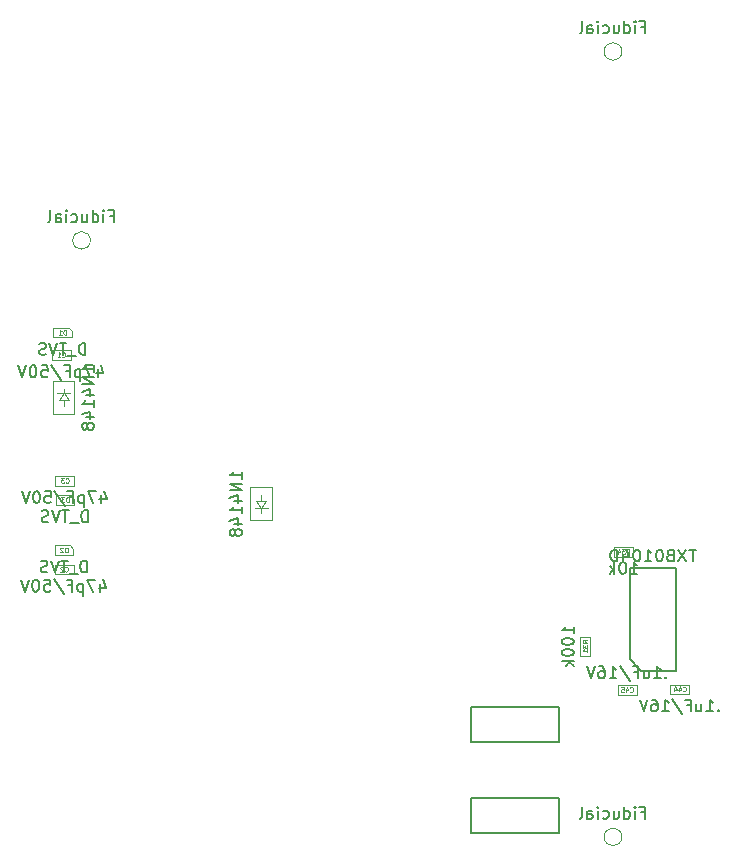
<source format=gbr>
G04 #@! TF.GenerationSoftware,KiCad,Pcbnew,6.0.0+dfsg1-2*
G04 #@! TF.CreationDate,2022-02-08T13:12:29-05:00*
G04 #@! TF.ProjectId,RUSP_Daughterboard,52555350-5f44-4617-9567-68746572626f,rev?*
G04 #@! TF.SameCoordinates,Original*
G04 #@! TF.FileFunction,AssemblyDrawing,Bot*
%FSLAX46Y46*%
G04 Gerber Fmt 4.6, Leading zero omitted, Abs format (unit mm)*
G04 Created by KiCad (PCBNEW 6.0.0+dfsg1-2) date 2022-02-08 13:12:29*
%MOMM*%
%LPD*%
G01*
G04 APERTURE LIST*
%ADD10C,0.150000*%
%ADD11C,0.060000*%
%ADD12C,0.100000*%
G04 APERTURE END LIST*
D10*
X172995238Y-114732380D02*
X173566666Y-114732380D01*
X173280952Y-114732380D02*
X173280952Y-113732380D01*
X173376190Y-113875238D01*
X173471428Y-113970476D01*
X173566666Y-114018095D01*
X172376190Y-113732380D02*
X172280952Y-113732380D01*
X172185714Y-113780000D01*
X172138095Y-113827619D01*
X172090476Y-113922857D01*
X172042857Y-114113333D01*
X172042857Y-114351428D01*
X172090476Y-114541904D01*
X172138095Y-114637142D01*
X172185714Y-114684761D01*
X172280952Y-114732380D01*
X172376190Y-114732380D01*
X172471428Y-114684761D01*
X172519047Y-114637142D01*
X172566666Y-114541904D01*
X172614285Y-114351428D01*
X172614285Y-114113333D01*
X172566666Y-113922857D01*
X172519047Y-113827619D01*
X172471428Y-113780000D01*
X172376190Y-113732380D01*
X171614285Y-114732380D02*
X171614285Y-113732380D01*
X171519047Y-114351428D02*
X171233333Y-114732380D01*
X171233333Y-114065714D02*
X171614285Y-114446666D01*
D11*
X172657142Y-113030952D02*
X172790476Y-112840476D01*
X172885714Y-113030952D02*
X172885714Y-112630952D01*
X172733333Y-112630952D01*
X172695238Y-112650000D01*
X172676190Y-112669047D01*
X172657142Y-112707142D01*
X172657142Y-112764285D01*
X172676190Y-112802380D01*
X172695238Y-112821428D01*
X172733333Y-112840476D01*
X172885714Y-112840476D01*
X172523809Y-112630952D02*
X172276190Y-112630952D01*
X172409523Y-112783333D01*
X172352380Y-112783333D01*
X172314285Y-112802380D01*
X172295238Y-112821428D01*
X172276190Y-112859523D01*
X172276190Y-112954761D01*
X172295238Y-112992857D01*
X172314285Y-113011904D01*
X172352380Y-113030952D01*
X172466666Y-113030952D01*
X172504761Y-113011904D01*
X172523809Y-112992857D01*
X171933333Y-112764285D02*
X171933333Y-113030952D01*
X172028571Y-112611904D02*
X172123809Y-112897619D01*
X171876190Y-112897619D01*
D10*
X168172380Y-119778571D02*
X168172380Y-119207142D01*
X168172380Y-119492857D02*
X167172380Y-119492857D01*
X167315238Y-119397619D01*
X167410476Y-119302380D01*
X167458095Y-119207142D01*
X167172380Y-120397619D02*
X167172380Y-120492857D01*
X167220000Y-120588095D01*
X167267619Y-120635714D01*
X167362857Y-120683333D01*
X167553333Y-120730952D01*
X167791428Y-120730952D01*
X167981904Y-120683333D01*
X168077142Y-120635714D01*
X168124761Y-120588095D01*
X168172380Y-120492857D01*
X168172380Y-120397619D01*
X168124761Y-120302380D01*
X168077142Y-120254761D01*
X167981904Y-120207142D01*
X167791428Y-120159523D01*
X167553333Y-120159523D01*
X167362857Y-120207142D01*
X167267619Y-120254761D01*
X167220000Y-120302380D01*
X167172380Y-120397619D01*
X167172380Y-121350000D02*
X167172380Y-121445238D01*
X167220000Y-121540476D01*
X167267619Y-121588095D01*
X167362857Y-121635714D01*
X167553333Y-121683333D01*
X167791428Y-121683333D01*
X167981904Y-121635714D01*
X168077142Y-121588095D01*
X168124761Y-121540476D01*
X168172380Y-121445238D01*
X168172380Y-121350000D01*
X168124761Y-121254761D01*
X168077142Y-121207142D01*
X167981904Y-121159523D01*
X167791428Y-121111904D01*
X167553333Y-121111904D01*
X167362857Y-121159523D01*
X167267619Y-121207142D01*
X167220000Y-121254761D01*
X167172380Y-121350000D01*
X168172380Y-122111904D02*
X167172380Y-122111904D01*
X167791428Y-122207142D02*
X168172380Y-122492857D01*
X167505714Y-122492857D02*
X167886666Y-122111904D01*
D11*
X169330952Y-120592857D02*
X169140476Y-120459523D01*
X169330952Y-120364285D02*
X168930952Y-120364285D01*
X168930952Y-120516666D01*
X168950000Y-120554761D01*
X168969047Y-120573809D01*
X169007142Y-120592857D01*
X169064285Y-120592857D01*
X169102380Y-120573809D01*
X169121428Y-120554761D01*
X169140476Y-120516666D01*
X169140476Y-120364285D01*
X168930952Y-120726190D02*
X168930952Y-120973809D01*
X169083333Y-120840476D01*
X169083333Y-120897619D01*
X169102380Y-120935714D01*
X169121428Y-120954761D01*
X169159523Y-120973809D01*
X169254761Y-120973809D01*
X169292857Y-120954761D01*
X169311904Y-120935714D01*
X169330952Y-120897619D01*
X169330952Y-120783333D01*
X169311904Y-120745238D01*
X169292857Y-120726190D01*
X169330952Y-121354761D02*
X169330952Y-121126190D01*
X169330952Y-121240476D02*
X168930952Y-121240476D01*
X168988095Y-121202380D01*
X169026190Y-121164285D01*
X169045238Y-121126190D01*
D10*
X127028571Y-110357380D02*
X127028571Y-109357380D01*
X126790476Y-109357380D01*
X126647619Y-109405000D01*
X126552380Y-109500238D01*
X126504761Y-109595476D01*
X126457142Y-109785952D01*
X126457142Y-109928809D01*
X126504761Y-110119285D01*
X126552380Y-110214523D01*
X126647619Y-110309761D01*
X126790476Y-110357380D01*
X127028571Y-110357380D01*
X126266666Y-110452619D02*
X125504761Y-110452619D01*
X125409523Y-109357380D02*
X124838095Y-109357380D01*
X125123809Y-110357380D02*
X125123809Y-109357380D01*
X124647619Y-109357380D02*
X124314285Y-110357380D01*
X123980952Y-109357380D01*
X123695238Y-110309761D02*
X123552380Y-110357380D01*
X123314285Y-110357380D01*
X123219047Y-110309761D01*
X123171428Y-110262142D01*
X123123809Y-110166904D01*
X123123809Y-110071666D01*
X123171428Y-109976428D01*
X123219047Y-109928809D01*
X123314285Y-109881190D01*
X123504761Y-109833571D01*
X123600000Y-109785952D01*
X123647619Y-109738333D01*
X123695238Y-109643095D01*
X123695238Y-109547857D01*
X123647619Y-109452619D01*
X123600000Y-109405000D01*
X123504761Y-109357380D01*
X123266666Y-109357380D01*
X123123809Y-109405000D01*
D11*
X125395238Y-108655952D02*
X125395238Y-108255952D01*
X125300000Y-108255952D01*
X125242857Y-108275000D01*
X125204761Y-108313095D01*
X125185714Y-108351190D01*
X125166666Y-108427380D01*
X125166666Y-108484523D01*
X125185714Y-108560714D01*
X125204761Y-108598809D01*
X125242857Y-108636904D01*
X125300000Y-108655952D01*
X125395238Y-108655952D01*
X125033333Y-108255952D02*
X124785714Y-108255952D01*
X124919047Y-108408333D01*
X124861904Y-108408333D01*
X124823809Y-108427380D01*
X124804761Y-108446428D01*
X124785714Y-108484523D01*
X124785714Y-108579761D01*
X124804761Y-108617857D01*
X124823809Y-108636904D01*
X124861904Y-108655952D01*
X124976190Y-108655952D01*
X125014285Y-108636904D01*
X125033333Y-108617857D01*
D10*
X126943571Y-114607380D02*
X126943571Y-113607380D01*
X126705476Y-113607380D01*
X126562619Y-113655000D01*
X126467380Y-113750238D01*
X126419761Y-113845476D01*
X126372142Y-114035952D01*
X126372142Y-114178809D01*
X126419761Y-114369285D01*
X126467380Y-114464523D01*
X126562619Y-114559761D01*
X126705476Y-114607380D01*
X126943571Y-114607380D01*
X126181666Y-114702619D02*
X125419761Y-114702619D01*
X125324523Y-113607380D02*
X124753095Y-113607380D01*
X125038809Y-114607380D02*
X125038809Y-113607380D01*
X124562619Y-113607380D02*
X124229285Y-114607380D01*
X123895952Y-113607380D01*
X123610238Y-114559761D02*
X123467380Y-114607380D01*
X123229285Y-114607380D01*
X123134047Y-114559761D01*
X123086428Y-114512142D01*
X123038809Y-114416904D01*
X123038809Y-114321666D01*
X123086428Y-114226428D01*
X123134047Y-114178809D01*
X123229285Y-114131190D01*
X123419761Y-114083571D01*
X123515000Y-114035952D01*
X123562619Y-113988333D01*
X123610238Y-113893095D01*
X123610238Y-113797857D01*
X123562619Y-113702619D01*
X123515000Y-113655000D01*
X123419761Y-113607380D01*
X123181666Y-113607380D01*
X123038809Y-113655000D01*
D11*
X125310238Y-112905952D02*
X125310238Y-112505952D01*
X125215000Y-112505952D01*
X125157857Y-112525000D01*
X125119761Y-112563095D01*
X125100714Y-112601190D01*
X125081666Y-112677380D01*
X125081666Y-112734523D01*
X125100714Y-112810714D01*
X125119761Y-112848809D01*
X125157857Y-112886904D01*
X125215000Y-112905952D01*
X125310238Y-112905952D01*
X124929285Y-112544047D02*
X124910238Y-112525000D01*
X124872142Y-112505952D01*
X124776904Y-112505952D01*
X124738809Y-112525000D01*
X124719761Y-112544047D01*
X124700714Y-112582142D01*
X124700714Y-112620238D01*
X124719761Y-112677380D01*
X124948333Y-112905952D01*
X124700714Y-112905952D01*
D10*
X126828571Y-96182380D02*
X126828571Y-95182380D01*
X126590476Y-95182380D01*
X126447619Y-95230000D01*
X126352380Y-95325238D01*
X126304761Y-95420476D01*
X126257142Y-95610952D01*
X126257142Y-95753809D01*
X126304761Y-95944285D01*
X126352380Y-96039523D01*
X126447619Y-96134761D01*
X126590476Y-96182380D01*
X126828571Y-96182380D01*
X126066666Y-96277619D02*
X125304761Y-96277619D01*
X125209523Y-95182380D02*
X124638095Y-95182380D01*
X124923809Y-96182380D02*
X124923809Y-95182380D01*
X124447619Y-95182380D02*
X124114285Y-96182380D01*
X123780952Y-95182380D01*
X123495238Y-96134761D02*
X123352380Y-96182380D01*
X123114285Y-96182380D01*
X123019047Y-96134761D01*
X122971428Y-96087142D01*
X122923809Y-95991904D01*
X122923809Y-95896666D01*
X122971428Y-95801428D01*
X123019047Y-95753809D01*
X123114285Y-95706190D01*
X123304761Y-95658571D01*
X123400000Y-95610952D01*
X123447619Y-95563333D01*
X123495238Y-95468095D01*
X123495238Y-95372857D01*
X123447619Y-95277619D01*
X123400000Y-95230000D01*
X123304761Y-95182380D01*
X123066666Y-95182380D01*
X122923809Y-95230000D01*
D11*
X125195238Y-94480952D02*
X125195238Y-94080952D01*
X125100000Y-94080952D01*
X125042857Y-94100000D01*
X125004761Y-94138095D01*
X124985714Y-94176190D01*
X124966666Y-94252380D01*
X124966666Y-94309523D01*
X124985714Y-94385714D01*
X125004761Y-94423809D01*
X125042857Y-94461904D01*
X125100000Y-94480952D01*
X125195238Y-94480952D01*
X124585714Y-94480952D02*
X124814285Y-94480952D01*
X124700000Y-94480952D02*
X124700000Y-94080952D01*
X124738095Y-94138095D01*
X124776190Y-94176190D01*
X124814285Y-94195238D01*
D10*
X175961904Y-123477142D02*
X175914285Y-123524761D01*
X175961904Y-123572380D01*
X176009523Y-123524761D01*
X175961904Y-123477142D01*
X175961904Y-123572380D01*
X174961904Y-123572380D02*
X175533333Y-123572380D01*
X175247619Y-123572380D02*
X175247619Y-122572380D01*
X175342857Y-122715238D01*
X175438095Y-122810476D01*
X175533333Y-122858095D01*
X174104761Y-122905714D02*
X174104761Y-123572380D01*
X174533333Y-122905714D02*
X174533333Y-123429523D01*
X174485714Y-123524761D01*
X174390476Y-123572380D01*
X174247619Y-123572380D01*
X174152380Y-123524761D01*
X174104761Y-123477142D01*
X173295238Y-123048571D02*
X173628571Y-123048571D01*
X173628571Y-123572380D02*
X173628571Y-122572380D01*
X173152380Y-122572380D01*
X172057142Y-122524761D02*
X172914285Y-123810476D01*
X171200000Y-123572380D02*
X171771428Y-123572380D01*
X171485714Y-123572380D02*
X171485714Y-122572380D01*
X171580952Y-122715238D01*
X171676190Y-122810476D01*
X171771428Y-122858095D01*
X170342857Y-122572380D02*
X170533333Y-122572380D01*
X170628571Y-122620000D01*
X170676190Y-122667619D01*
X170771428Y-122810476D01*
X170819047Y-123000952D01*
X170819047Y-123381904D01*
X170771428Y-123477142D01*
X170723809Y-123524761D01*
X170628571Y-123572380D01*
X170438095Y-123572380D01*
X170342857Y-123524761D01*
X170295238Y-123477142D01*
X170247619Y-123381904D01*
X170247619Y-123143809D01*
X170295238Y-123048571D01*
X170342857Y-123000952D01*
X170438095Y-122953333D01*
X170628571Y-122953333D01*
X170723809Y-123000952D01*
X170771428Y-123048571D01*
X170819047Y-123143809D01*
X169961904Y-122572380D02*
X169628571Y-123572380D01*
X169295238Y-122572380D01*
D11*
X172957142Y-124692857D02*
X172976190Y-124711904D01*
X173033333Y-124730952D01*
X173071428Y-124730952D01*
X173128571Y-124711904D01*
X173166666Y-124673809D01*
X173185714Y-124635714D01*
X173204761Y-124559523D01*
X173204761Y-124502380D01*
X173185714Y-124426190D01*
X173166666Y-124388095D01*
X173128571Y-124350000D01*
X173071428Y-124330952D01*
X173033333Y-124330952D01*
X172976190Y-124350000D01*
X172957142Y-124369047D01*
X172614285Y-124464285D02*
X172614285Y-124730952D01*
X172709523Y-124311904D02*
X172804761Y-124597619D01*
X172557142Y-124597619D01*
X172214285Y-124330952D02*
X172404761Y-124330952D01*
X172423809Y-124521428D01*
X172404761Y-124502380D01*
X172366666Y-124483333D01*
X172271428Y-124483333D01*
X172233333Y-124502380D01*
X172214285Y-124521428D01*
X172195238Y-124559523D01*
X172195238Y-124654761D01*
X172214285Y-124692857D01*
X172233333Y-124711904D01*
X172271428Y-124730952D01*
X172366666Y-124730952D01*
X172404761Y-124711904D01*
X172423809Y-124692857D01*
D10*
X180411904Y-126287142D02*
X180364285Y-126334761D01*
X180411904Y-126382380D01*
X180459523Y-126334761D01*
X180411904Y-126287142D01*
X180411904Y-126382380D01*
X179411904Y-126382380D02*
X179983333Y-126382380D01*
X179697619Y-126382380D02*
X179697619Y-125382380D01*
X179792857Y-125525238D01*
X179888095Y-125620476D01*
X179983333Y-125668095D01*
X178554761Y-125715714D02*
X178554761Y-126382380D01*
X178983333Y-125715714D02*
X178983333Y-126239523D01*
X178935714Y-126334761D01*
X178840476Y-126382380D01*
X178697619Y-126382380D01*
X178602380Y-126334761D01*
X178554761Y-126287142D01*
X177745238Y-125858571D02*
X178078571Y-125858571D01*
X178078571Y-126382380D02*
X178078571Y-125382380D01*
X177602380Y-125382380D01*
X176507142Y-125334761D02*
X177364285Y-126620476D01*
X175650000Y-126382380D02*
X176221428Y-126382380D01*
X175935714Y-126382380D02*
X175935714Y-125382380D01*
X176030952Y-125525238D01*
X176126190Y-125620476D01*
X176221428Y-125668095D01*
X174792857Y-125382380D02*
X174983333Y-125382380D01*
X175078571Y-125430000D01*
X175126190Y-125477619D01*
X175221428Y-125620476D01*
X175269047Y-125810952D01*
X175269047Y-126191904D01*
X175221428Y-126287142D01*
X175173809Y-126334761D01*
X175078571Y-126382380D01*
X174888095Y-126382380D01*
X174792857Y-126334761D01*
X174745238Y-126287142D01*
X174697619Y-126191904D01*
X174697619Y-125953809D01*
X174745238Y-125858571D01*
X174792857Y-125810952D01*
X174888095Y-125763333D01*
X175078571Y-125763333D01*
X175173809Y-125810952D01*
X175221428Y-125858571D01*
X175269047Y-125953809D01*
X174411904Y-125382380D02*
X174078571Y-126382380D01*
X173745238Y-125382380D01*
D11*
X177407142Y-124642857D02*
X177426190Y-124661904D01*
X177483333Y-124680952D01*
X177521428Y-124680952D01*
X177578571Y-124661904D01*
X177616666Y-124623809D01*
X177635714Y-124585714D01*
X177654761Y-124509523D01*
X177654761Y-124452380D01*
X177635714Y-124376190D01*
X177616666Y-124338095D01*
X177578571Y-124300000D01*
X177521428Y-124280952D01*
X177483333Y-124280952D01*
X177426190Y-124300000D01*
X177407142Y-124319047D01*
X177064285Y-124414285D02*
X177064285Y-124680952D01*
X177159523Y-124261904D02*
X177254761Y-124547619D01*
X177007142Y-124547619D01*
X176683333Y-124414285D02*
X176683333Y-124680952D01*
X176778571Y-124261904D02*
X176873809Y-124547619D01*
X176626190Y-124547619D01*
D10*
X128161428Y-108065714D02*
X128161428Y-108732380D01*
X128399523Y-107684761D02*
X128637619Y-108399047D01*
X128018571Y-108399047D01*
X127732857Y-107732380D02*
X127066190Y-107732380D01*
X127494761Y-108732380D01*
X126685238Y-108065714D02*
X126685238Y-109065714D01*
X126685238Y-108113333D02*
X126590000Y-108065714D01*
X126399523Y-108065714D01*
X126304285Y-108113333D01*
X126256666Y-108160952D01*
X126209047Y-108256190D01*
X126209047Y-108541904D01*
X126256666Y-108637142D01*
X126304285Y-108684761D01*
X126399523Y-108732380D01*
X126590000Y-108732380D01*
X126685238Y-108684761D01*
X125447142Y-108208571D02*
X125780476Y-108208571D01*
X125780476Y-108732380D02*
X125780476Y-107732380D01*
X125304285Y-107732380D01*
X124209047Y-107684761D02*
X125066190Y-108970476D01*
X123399523Y-107732380D02*
X123875714Y-107732380D01*
X123923333Y-108208571D01*
X123875714Y-108160952D01*
X123780476Y-108113333D01*
X123542380Y-108113333D01*
X123447142Y-108160952D01*
X123399523Y-108208571D01*
X123351904Y-108303809D01*
X123351904Y-108541904D01*
X123399523Y-108637142D01*
X123447142Y-108684761D01*
X123542380Y-108732380D01*
X123780476Y-108732380D01*
X123875714Y-108684761D01*
X123923333Y-108637142D01*
X122732857Y-107732380D02*
X122637619Y-107732380D01*
X122542380Y-107780000D01*
X122494761Y-107827619D01*
X122447142Y-107922857D01*
X122399523Y-108113333D01*
X122399523Y-108351428D01*
X122447142Y-108541904D01*
X122494761Y-108637142D01*
X122542380Y-108684761D01*
X122637619Y-108732380D01*
X122732857Y-108732380D01*
X122828095Y-108684761D01*
X122875714Y-108637142D01*
X122923333Y-108541904D01*
X122970952Y-108351428D01*
X122970952Y-108113333D01*
X122923333Y-107922857D01*
X122875714Y-107827619D01*
X122828095Y-107780000D01*
X122732857Y-107732380D01*
X122113809Y-107732380D02*
X121780476Y-108732380D01*
X121447142Y-107732380D01*
D11*
X125156666Y-106992857D02*
X125175714Y-107011904D01*
X125232857Y-107030952D01*
X125270952Y-107030952D01*
X125328095Y-107011904D01*
X125366190Y-106973809D01*
X125385238Y-106935714D01*
X125404285Y-106859523D01*
X125404285Y-106802380D01*
X125385238Y-106726190D01*
X125366190Y-106688095D01*
X125328095Y-106650000D01*
X125270952Y-106630952D01*
X125232857Y-106630952D01*
X125175714Y-106650000D01*
X125156666Y-106669047D01*
X125023333Y-106630952D02*
X124775714Y-106630952D01*
X124909047Y-106783333D01*
X124851904Y-106783333D01*
X124813809Y-106802380D01*
X124794761Y-106821428D01*
X124775714Y-106859523D01*
X124775714Y-106954761D01*
X124794761Y-106992857D01*
X124813809Y-107011904D01*
X124851904Y-107030952D01*
X124966190Y-107030952D01*
X125004285Y-107011904D01*
X125023333Y-106992857D01*
D10*
X128096428Y-115565714D02*
X128096428Y-116232380D01*
X128334523Y-115184761D02*
X128572619Y-115899047D01*
X127953571Y-115899047D01*
X127667857Y-115232380D02*
X127001190Y-115232380D01*
X127429761Y-116232380D01*
X126620238Y-115565714D02*
X126620238Y-116565714D01*
X126620238Y-115613333D02*
X126525000Y-115565714D01*
X126334523Y-115565714D01*
X126239285Y-115613333D01*
X126191666Y-115660952D01*
X126144047Y-115756190D01*
X126144047Y-116041904D01*
X126191666Y-116137142D01*
X126239285Y-116184761D01*
X126334523Y-116232380D01*
X126525000Y-116232380D01*
X126620238Y-116184761D01*
X125382142Y-115708571D02*
X125715476Y-115708571D01*
X125715476Y-116232380D02*
X125715476Y-115232380D01*
X125239285Y-115232380D01*
X124144047Y-115184761D02*
X125001190Y-116470476D01*
X123334523Y-115232380D02*
X123810714Y-115232380D01*
X123858333Y-115708571D01*
X123810714Y-115660952D01*
X123715476Y-115613333D01*
X123477380Y-115613333D01*
X123382142Y-115660952D01*
X123334523Y-115708571D01*
X123286904Y-115803809D01*
X123286904Y-116041904D01*
X123334523Y-116137142D01*
X123382142Y-116184761D01*
X123477380Y-116232380D01*
X123715476Y-116232380D01*
X123810714Y-116184761D01*
X123858333Y-116137142D01*
X122667857Y-115232380D02*
X122572619Y-115232380D01*
X122477380Y-115280000D01*
X122429761Y-115327619D01*
X122382142Y-115422857D01*
X122334523Y-115613333D01*
X122334523Y-115851428D01*
X122382142Y-116041904D01*
X122429761Y-116137142D01*
X122477380Y-116184761D01*
X122572619Y-116232380D01*
X122667857Y-116232380D01*
X122763095Y-116184761D01*
X122810714Y-116137142D01*
X122858333Y-116041904D01*
X122905952Y-115851428D01*
X122905952Y-115613333D01*
X122858333Y-115422857D01*
X122810714Y-115327619D01*
X122763095Y-115280000D01*
X122667857Y-115232380D01*
X122048809Y-115232380D02*
X121715476Y-116232380D01*
X121382142Y-115232380D01*
D11*
X125091666Y-114492857D02*
X125110714Y-114511904D01*
X125167857Y-114530952D01*
X125205952Y-114530952D01*
X125263095Y-114511904D01*
X125301190Y-114473809D01*
X125320238Y-114435714D01*
X125339285Y-114359523D01*
X125339285Y-114302380D01*
X125320238Y-114226190D01*
X125301190Y-114188095D01*
X125263095Y-114150000D01*
X125205952Y-114130952D01*
X125167857Y-114130952D01*
X125110714Y-114150000D01*
X125091666Y-114169047D01*
X124939285Y-114169047D02*
X124920238Y-114150000D01*
X124882142Y-114130952D01*
X124786904Y-114130952D01*
X124748809Y-114150000D01*
X124729761Y-114169047D01*
X124710714Y-114207142D01*
X124710714Y-114245238D01*
X124729761Y-114302380D01*
X124958333Y-114530952D01*
X124710714Y-114530952D01*
D10*
X127871428Y-97415714D02*
X127871428Y-98082380D01*
X128109523Y-97034761D02*
X128347619Y-97749047D01*
X127728571Y-97749047D01*
X127442857Y-97082380D02*
X126776190Y-97082380D01*
X127204761Y-98082380D01*
X126395238Y-97415714D02*
X126395238Y-98415714D01*
X126395238Y-97463333D02*
X126300000Y-97415714D01*
X126109523Y-97415714D01*
X126014285Y-97463333D01*
X125966666Y-97510952D01*
X125919047Y-97606190D01*
X125919047Y-97891904D01*
X125966666Y-97987142D01*
X126014285Y-98034761D01*
X126109523Y-98082380D01*
X126300000Y-98082380D01*
X126395238Y-98034761D01*
X125157142Y-97558571D02*
X125490476Y-97558571D01*
X125490476Y-98082380D02*
X125490476Y-97082380D01*
X125014285Y-97082380D01*
X123919047Y-97034761D02*
X124776190Y-98320476D01*
X123109523Y-97082380D02*
X123585714Y-97082380D01*
X123633333Y-97558571D01*
X123585714Y-97510952D01*
X123490476Y-97463333D01*
X123252380Y-97463333D01*
X123157142Y-97510952D01*
X123109523Y-97558571D01*
X123061904Y-97653809D01*
X123061904Y-97891904D01*
X123109523Y-97987142D01*
X123157142Y-98034761D01*
X123252380Y-98082380D01*
X123490476Y-98082380D01*
X123585714Y-98034761D01*
X123633333Y-97987142D01*
X122442857Y-97082380D02*
X122347619Y-97082380D01*
X122252380Y-97130000D01*
X122204761Y-97177619D01*
X122157142Y-97272857D01*
X122109523Y-97463333D01*
X122109523Y-97701428D01*
X122157142Y-97891904D01*
X122204761Y-97987142D01*
X122252380Y-98034761D01*
X122347619Y-98082380D01*
X122442857Y-98082380D01*
X122538095Y-98034761D01*
X122585714Y-97987142D01*
X122633333Y-97891904D01*
X122680952Y-97701428D01*
X122680952Y-97463333D01*
X122633333Y-97272857D01*
X122585714Y-97177619D01*
X122538095Y-97130000D01*
X122442857Y-97082380D01*
X121823809Y-97082380D02*
X121490476Y-98082380D01*
X121157142Y-97082380D01*
D11*
X124866666Y-96342857D02*
X124885714Y-96361904D01*
X124942857Y-96380952D01*
X124980952Y-96380952D01*
X125038095Y-96361904D01*
X125076190Y-96323809D01*
X125095238Y-96285714D01*
X125114285Y-96209523D01*
X125114285Y-96152380D01*
X125095238Y-96076190D01*
X125076190Y-96038095D01*
X125038095Y-96000000D01*
X124980952Y-95980952D01*
X124942857Y-95980952D01*
X124885714Y-96000000D01*
X124866666Y-96019047D01*
X124485714Y-96380952D02*
X124714285Y-96380952D01*
X124600000Y-96380952D02*
X124600000Y-95980952D01*
X124638095Y-96038095D01*
X124676190Y-96076190D01*
X124714285Y-96095238D01*
D10*
X173880952Y-68428571D02*
X174214285Y-68428571D01*
X174214285Y-68952380D02*
X174214285Y-67952380D01*
X173738095Y-67952380D01*
X173357142Y-68952380D02*
X173357142Y-68285714D01*
X173357142Y-67952380D02*
X173404761Y-68000000D01*
X173357142Y-68047619D01*
X173309523Y-68000000D01*
X173357142Y-67952380D01*
X173357142Y-68047619D01*
X172452380Y-68952380D02*
X172452380Y-67952380D01*
X172452380Y-68904761D02*
X172547619Y-68952380D01*
X172738095Y-68952380D01*
X172833333Y-68904761D01*
X172880952Y-68857142D01*
X172928571Y-68761904D01*
X172928571Y-68476190D01*
X172880952Y-68380952D01*
X172833333Y-68333333D01*
X172738095Y-68285714D01*
X172547619Y-68285714D01*
X172452380Y-68333333D01*
X171547619Y-68285714D02*
X171547619Y-68952380D01*
X171976190Y-68285714D02*
X171976190Y-68809523D01*
X171928571Y-68904761D01*
X171833333Y-68952380D01*
X171690476Y-68952380D01*
X171595238Y-68904761D01*
X171547619Y-68857142D01*
X170642857Y-68904761D02*
X170738095Y-68952380D01*
X170928571Y-68952380D01*
X171023809Y-68904761D01*
X171071428Y-68857142D01*
X171119047Y-68761904D01*
X171119047Y-68476190D01*
X171071428Y-68380952D01*
X171023809Y-68333333D01*
X170928571Y-68285714D01*
X170738095Y-68285714D01*
X170642857Y-68333333D01*
X170214285Y-68952380D02*
X170214285Y-68285714D01*
X170214285Y-67952380D02*
X170261904Y-68000000D01*
X170214285Y-68047619D01*
X170166666Y-68000000D01*
X170214285Y-67952380D01*
X170214285Y-68047619D01*
X169309523Y-68952380D02*
X169309523Y-68428571D01*
X169357142Y-68333333D01*
X169452380Y-68285714D01*
X169642857Y-68285714D01*
X169738095Y-68333333D01*
X169309523Y-68904761D02*
X169404761Y-68952380D01*
X169642857Y-68952380D01*
X169738095Y-68904761D01*
X169785714Y-68809523D01*
X169785714Y-68714285D01*
X169738095Y-68619047D01*
X169642857Y-68571428D01*
X169404761Y-68571428D01*
X169309523Y-68523809D01*
X168690476Y-68952380D02*
X168785714Y-68904761D01*
X168833333Y-68809523D01*
X168833333Y-67952380D01*
X128880952Y-84428571D02*
X129214285Y-84428571D01*
X129214285Y-84952380D02*
X129214285Y-83952380D01*
X128738095Y-83952380D01*
X128357142Y-84952380D02*
X128357142Y-84285714D01*
X128357142Y-83952380D02*
X128404761Y-84000000D01*
X128357142Y-84047619D01*
X128309523Y-84000000D01*
X128357142Y-83952380D01*
X128357142Y-84047619D01*
X127452380Y-84952380D02*
X127452380Y-83952380D01*
X127452380Y-84904761D02*
X127547619Y-84952380D01*
X127738095Y-84952380D01*
X127833333Y-84904761D01*
X127880952Y-84857142D01*
X127928571Y-84761904D01*
X127928571Y-84476190D01*
X127880952Y-84380952D01*
X127833333Y-84333333D01*
X127738095Y-84285714D01*
X127547619Y-84285714D01*
X127452380Y-84333333D01*
X126547619Y-84285714D02*
X126547619Y-84952380D01*
X126976190Y-84285714D02*
X126976190Y-84809523D01*
X126928571Y-84904761D01*
X126833333Y-84952380D01*
X126690476Y-84952380D01*
X126595238Y-84904761D01*
X126547619Y-84857142D01*
X125642857Y-84904761D02*
X125738095Y-84952380D01*
X125928571Y-84952380D01*
X126023809Y-84904761D01*
X126071428Y-84857142D01*
X126119047Y-84761904D01*
X126119047Y-84476190D01*
X126071428Y-84380952D01*
X126023809Y-84333333D01*
X125928571Y-84285714D01*
X125738095Y-84285714D01*
X125642857Y-84333333D01*
X125214285Y-84952380D02*
X125214285Y-84285714D01*
X125214285Y-83952380D02*
X125261904Y-84000000D01*
X125214285Y-84047619D01*
X125166666Y-84000000D01*
X125214285Y-83952380D01*
X125214285Y-84047619D01*
X124309523Y-84952380D02*
X124309523Y-84428571D01*
X124357142Y-84333333D01*
X124452380Y-84285714D01*
X124642857Y-84285714D01*
X124738095Y-84333333D01*
X124309523Y-84904761D02*
X124404761Y-84952380D01*
X124642857Y-84952380D01*
X124738095Y-84904761D01*
X124785714Y-84809523D01*
X124785714Y-84714285D01*
X124738095Y-84619047D01*
X124642857Y-84571428D01*
X124404761Y-84571428D01*
X124309523Y-84523809D01*
X123690476Y-84952380D02*
X123785714Y-84904761D01*
X123833333Y-84809523D01*
X123833333Y-83952380D01*
X127552380Y-97657142D02*
X127552380Y-97085714D01*
X127552380Y-97371428D02*
X126552380Y-97371428D01*
X126695238Y-97276190D01*
X126790476Y-97180952D01*
X126838095Y-97085714D01*
X127552380Y-98085714D02*
X126552380Y-98085714D01*
X127552380Y-98657142D01*
X126552380Y-98657142D01*
X126885714Y-99561904D02*
X127552380Y-99561904D01*
X126504761Y-99323809D02*
X127219047Y-99085714D01*
X127219047Y-99704761D01*
X127552380Y-100609523D02*
X127552380Y-100038095D01*
X127552380Y-100323809D02*
X126552380Y-100323809D01*
X126695238Y-100228571D01*
X126790476Y-100133333D01*
X126838095Y-100038095D01*
X126885714Y-101466666D02*
X127552380Y-101466666D01*
X126504761Y-101228571D02*
X127219047Y-100990476D01*
X127219047Y-101609523D01*
X126980952Y-102133333D02*
X126933333Y-102038095D01*
X126885714Y-101990476D01*
X126790476Y-101942857D01*
X126742857Y-101942857D01*
X126647619Y-101990476D01*
X126600000Y-102038095D01*
X126552380Y-102133333D01*
X126552380Y-102323809D01*
X126600000Y-102419047D01*
X126647619Y-102466666D01*
X126742857Y-102514285D01*
X126790476Y-102514285D01*
X126885714Y-102466666D01*
X126933333Y-102419047D01*
X126980952Y-102323809D01*
X126980952Y-102133333D01*
X127028571Y-102038095D01*
X127076190Y-101990476D01*
X127171428Y-101942857D01*
X127361904Y-101942857D01*
X127457142Y-101990476D01*
X127504761Y-102038095D01*
X127552380Y-102133333D01*
X127552380Y-102323809D01*
X127504761Y-102419047D01*
X127457142Y-102466666D01*
X127361904Y-102514285D01*
X127171428Y-102514285D01*
X127076190Y-102466666D01*
X127028571Y-102419047D01*
X126980952Y-102323809D01*
X140052380Y-106657142D02*
X140052380Y-106085714D01*
X140052380Y-106371428D02*
X139052380Y-106371428D01*
X139195238Y-106276190D01*
X139290476Y-106180952D01*
X139338095Y-106085714D01*
X140052380Y-107085714D02*
X139052380Y-107085714D01*
X140052380Y-107657142D01*
X139052380Y-107657142D01*
X139385714Y-108561904D02*
X140052380Y-108561904D01*
X139004761Y-108323809D02*
X139719047Y-108085714D01*
X139719047Y-108704761D01*
X140052380Y-109609523D02*
X140052380Y-109038095D01*
X140052380Y-109323809D02*
X139052380Y-109323809D01*
X139195238Y-109228571D01*
X139290476Y-109133333D01*
X139338095Y-109038095D01*
X139385714Y-110466666D02*
X140052380Y-110466666D01*
X139004761Y-110228571D02*
X139719047Y-109990476D01*
X139719047Y-110609523D01*
X139480952Y-111133333D02*
X139433333Y-111038095D01*
X139385714Y-110990476D01*
X139290476Y-110942857D01*
X139242857Y-110942857D01*
X139147619Y-110990476D01*
X139100000Y-111038095D01*
X139052380Y-111133333D01*
X139052380Y-111323809D01*
X139100000Y-111419047D01*
X139147619Y-111466666D01*
X139242857Y-111514285D01*
X139290476Y-111514285D01*
X139385714Y-111466666D01*
X139433333Y-111419047D01*
X139480952Y-111323809D01*
X139480952Y-111133333D01*
X139528571Y-111038095D01*
X139576190Y-110990476D01*
X139671428Y-110942857D01*
X139861904Y-110942857D01*
X139957142Y-110990476D01*
X140004761Y-111038095D01*
X140052380Y-111133333D01*
X140052380Y-111323809D01*
X140004761Y-111419047D01*
X139957142Y-111466666D01*
X139861904Y-111514285D01*
X139671428Y-111514285D01*
X139576190Y-111466666D01*
X139528571Y-111419047D01*
X139480952Y-111323809D01*
X173880952Y-134928571D02*
X174214285Y-134928571D01*
X174214285Y-135452380D02*
X174214285Y-134452380D01*
X173738095Y-134452380D01*
X173357142Y-135452380D02*
X173357142Y-134785714D01*
X173357142Y-134452380D02*
X173404761Y-134500000D01*
X173357142Y-134547619D01*
X173309523Y-134500000D01*
X173357142Y-134452380D01*
X173357142Y-134547619D01*
X172452380Y-135452380D02*
X172452380Y-134452380D01*
X172452380Y-135404761D02*
X172547619Y-135452380D01*
X172738095Y-135452380D01*
X172833333Y-135404761D01*
X172880952Y-135357142D01*
X172928571Y-135261904D01*
X172928571Y-134976190D01*
X172880952Y-134880952D01*
X172833333Y-134833333D01*
X172738095Y-134785714D01*
X172547619Y-134785714D01*
X172452380Y-134833333D01*
X171547619Y-134785714D02*
X171547619Y-135452380D01*
X171976190Y-134785714D02*
X171976190Y-135309523D01*
X171928571Y-135404761D01*
X171833333Y-135452380D01*
X171690476Y-135452380D01*
X171595238Y-135404761D01*
X171547619Y-135357142D01*
X170642857Y-135404761D02*
X170738095Y-135452380D01*
X170928571Y-135452380D01*
X171023809Y-135404761D01*
X171071428Y-135357142D01*
X171119047Y-135261904D01*
X171119047Y-134976190D01*
X171071428Y-134880952D01*
X171023809Y-134833333D01*
X170928571Y-134785714D01*
X170738095Y-134785714D01*
X170642857Y-134833333D01*
X170214285Y-135452380D02*
X170214285Y-134785714D01*
X170214285Y-134452380D02*
X170261904Y-134500000D01*
X170214285Y-134547619D01*
X170166666Y-134500000D01*
X170214285Y-134452380D01*
X170214285Y-134547619D01*
X169309523Y-135452380D02*
X169309523Y-134928571D01*
X169357142Y-134833333D01*
X169452380Y-134785714D01*
X169642857Y-134785714D01*
X169738095Y-134833333D01*
X169309523Y-135404761D02*
X169404761Y-135452380D01*
X169642857Y-135452380D01*
X169738095Y-135404761D01*
X169785714Y-135309523D01*
X169785714Y-135214285D01*
X169738095Y-135119047D01*
X169642857Y-135071428D01*
X169404761Y-135071428D01*
X169309523Y-135023809D01*
X168690476Y-135452380D02*
X168785714Y-135404761D01*
X168833333Y-135309523D01*
X168833333Y-134452380D01*
X178516666Y-112677380D02*
X177945238Y-112677380D01*
X178230952Y-113677380D02*
X178230952Y-112677380D01*
X177707142Y-112677380D02*
X177040476Y-113677380D01*
X177040476Y-112677380D02*
X177707142Y-113677380D01*
X176326190Y-113153571D02*
X176183333Y-113201190D01*
X176135714Y-113248809D01*
X176088095Y-113344047D01*
X176088095Y-113486904D01*
X176135714Y-113582142D01*
X176183333Y-113629761D01*
X176278571Y-113677380D01*
X176659523Y-113677380D01*
X176659523Y-112677380D01*
X176326190Y-112677380D01*
X176230952Y-112725000D01*
X176183333Y-112772619D01*
X176135714Y-112867857D01*
X176135714Y-112963095D01*
X176183333Y-113058333D01*
X176230952Y-113105952D01*
X176326190Y-113153571D01*
X176659523Y-113153571D01*
X175469047Y-112677380D02*
X175373809Y-112677380D01*
X175278571Y-112725000D01*
X175230952Y-112772619D01*
X175183333Y-112867857D01*
X175135714Y-113058333D01*
X175135714Y-113296428D01*
X175183333Y-113486904D01*
X175230952Y-113582142D01*
X175278571Y-113629761D01*
X175373809Y-113677380D01*
X175469047Y-113677380D01*
X175564285Y-113629761D01*
X175611904Y-113582142D01*
X175659523Y-113486904D01*
X175707142Y-113296428D01*
X175707142Y-113058333D01*
X175659523Y-112867857D01*
X175611904Y-112772619D01*
X175564285Y-112725000D01*
X175469047Y-112677380D01*
X174183333Y-113677380D02*
X174754761Y-113677380D01*
X174469047Y-113677380D02*
X174469047Y-112677380D01*
X174564285Y-112820238D01*
X174659523Y-112915476D01*
X174754761Y-112963095D01*
X173564285Y-112677380D02*
X173469047Y-112677380D01*
X173373809Y-112725000D01*
X173326190Y-112772619D01*
X173278571Y-112867857D01*
X173230952Y-113058333D01*
X173230952Y-113296428D01*
X173278571Y-113486904D01*
X173326190Y-113582142D01*
X173373809Y-113629761D01*
X173469047Y-113677380D01*
X173564285Y-113677380D01*
X173659523Y-113629761D01*
X173707142Y-113582142D01*
X173754761Y-113486904D01*
X173802380Y-113296428D01*
X173802380Y-113058333D01*
X173754761Y-112867857D01*
X173707142Y-112772619D01*
X173659523Y-112725000D01*
X173564285Y-112677380D01*
X172373809Y-113010714D02*
X172373809Y-113677380D01*
X172611904Y-112629761D02*
X172849999Y-113344047D01*
X172230952Y-113344047D01*
X171850000Y-113677380D02*
X171850000Y-112677380D01*
X171611904Y-112677380D01*
X171469047Y-112725000D01*
X171373809Y-112820238D01*
X171326190Y-112915476D01*
X171278571Y-113105952D01*
X171278571Y-113248809D01*
X171326190Y-113439285D01*
X171373809Y-113534523D01*
X171469047Y-113629761D01*
X171611904Y-113677380D01*
X171850000Y-113677380D01*
D12*
X173200000Y-113262500D02*
X173200000Y-112437500D01*
X173200000Y-112437500D02*
X171600000Y-112437500D01*
X171600000Y-112437500D02*
X171600000Y-113262500D01*
X171600000Y-113262500D02*
X173200000Y-113262500D01*
X168737500Y-121650000D02*
X169562500Y-121650000D01*
X169562500Y-121650000D02*
X169562500Y-120050000D01*
X169562500Y-120050000D02*
X168737500Y-120050000D01*
X168737500Y-120050000D02*
X168737500Y-121650000D01*
X124300000Y-108075000D02*
X125600000Y-108075000D01*
X125600000Y-108075000D02*
X125900000Y-108375000D01*
X125900000Y-108375000D02*
X125900000Y-108875000D01*
X125900000Y-108875000D02*
X124300000Y-108875000D01*
X124300000Y-108875000D02*
X124300000Y-108075000D01*
X124215000Y-112325000D02*
X125515000Y-112325000D01*
X125515000Y-112325000D02*
X125815000Y-112625000D01*
X125815000Y-112625000D02*
X125815000Y-113125000D01*
X125815000Y-113125000D02*
X124215000Y-113125000D01*
X124215000Y-113125000D02*
X124215000Y-112325000D01*
X124100000Y-93900000D02*
X125400000Y-93900000D01*
X125400000Y-93900000D02*
X125700000Y-94200000D01*
X125700000Y-94200000D02*
X125700000Y-94700000D01*
X125700000Y-94700000D02*
X124100000Y-94700000D01*
X124100000Y-94700000D02*
X124100000Y-93900000D01*
X171900000Y-124150000D02*
X171900000Y-124950000D01*
X171900000Y-124950000D02*
X173500000Y-124950000D01*
X173500000Y-124950000D02*
X173500000Y-124150000D01*
X173500000Y-124150000D02*
X171900000Y-124150000D01*
X177950000Y-124900000D02*
X177950000Y-124100000D01*
X177950000Y-124100000D02*
X176350000Y-124100000D01*
X176350000Y-124100000D02*
X176350000Y-124900000D01*
X176350000Y-124900000D02*
X177950000Y-124900000D01*
X125890000Y-107250000D02*
X125890000Y-106450000D01*
X125890000Y-106450000D02*
X124290000Y-106450000D01*
X124290000Y-106450000D02*
X124290000Y-107250000D01*
X124290000Y-107250000D02*
X125890000Y-107250000D01*
X125825000Y-114750000D02*
X125825000Y-113950000D01*
X125825000Y-113950000D02*
X124225000Y-113950000D01*
X124225000Y-113950000D02*
X124225000Y-114750000D01*
X124225000Y-114750000D02*
X125825000Y-114750000D01*
X125600000Y-96600000D02*
X125600000Y-95800000D01*
X125600000Y-95800000D02*
X124000000Y-95800000D01*
X124000000Y-95800000D02*
X124000000Y-96600000D01*
X124000000Y-96600000D02*
X125600000Y-96600000D01*
D10*
X166950000Y-133700000D02*
X159450000Y-133700000D01*
X159450000Y-136700000D02*
X166950000Y-136700000D01*
X166950000Y-136700000D02*
X166950000Y-133700000D01*
X159450000Y-133700000D02*
X159450000Y-136700000D01*
D12*
X172250000Y-70500000D02*
G75*
G03*
X172250000Y-70500000I-750000J0D01*
G01*
X127250000Y-86500000D02*
G75*
G03*
X127250000Y-86500000I-750000J0D01*
G01*
D10*
X166950000Y-129000000D02*
X166950000Y-126000000D01*
X159450000Y-129000000D02*
X166950000Y-129000000D01*
X159450000Y-126000000D02*
X159450000Y-129000000D01*
X166950000Y-126000000D02*
X159450000Y-126000000D01*
D12*
X124600000Y-100050000D02*
X125400000Y-100050000D01*
X124100000Y-101200000D02*
X125900000Y-101200000D01*
X125000000Y-99050000D02*
X125000000Y-99450000D01*
X125000000Y-99450000D02*
X124600000Y-100050000D01*
X125900000Y-98400000D02*
X124100000Y-98400000D01*
X125400000Y-100050000D02*
X125000000Y-99450000D01*
X125000000Y-100050000D02*
X125000000Y-100550000D01*
X125000000Y-99450000D02*
X125550000Y-99450000D01*
X125900000Y-101200000D02*
X125900000Y-98400000D01*
X124100000Y-98400000D02*
X124100000Y-101200000D01*
X125000000Y-99450000D02*
X124450000Y-99450000D01*
X140800000Y-110200000D02*
X142600000Y-110200000D01*
X141300000Y-108550000D02*
X141700000Y-109150000D01*
X140800000Y-107400000D02*
X140800000Y-110200000D01*
X141700000Y-109150000D02*
X142100000Y-108550000D01*
X142100000Y-108550000D02*
X141300000Y-108550000D01*
X141700000Y-109550000D02*
X141700000Y-109150000D01*
X142600000Y-110200000D02*
X142600000Y-107400000D01*
X142600000Y-107400000D02*
X140800000Y-107400000D01*
X141700000Y-109150000D02*
X141150000Y-109150000D01*
X141700000Y-109150000D02*
X142250000Y-109150000D01*
X141700000Y-108550000D02*
X141700000Y-108050000D01*
X172250000Y-137000000D02*
G75*
G03*
X172250000Y-137000000I-750000J0D01*
G01*
D10*
X176800000Y-114250000D02*
X172900000Y-114250000D01*
X173900000Y-122950000D02*
X176800000Y-122950000D01*
X172900000Y-121950000D02*
X173900000Y-122950000D01*
X176800000Y-122950000D02*
X176800000Y-114250000D01*
X172900000Y-114250000D02*
X172900000Y-121950000D01*
M02*

</source>
